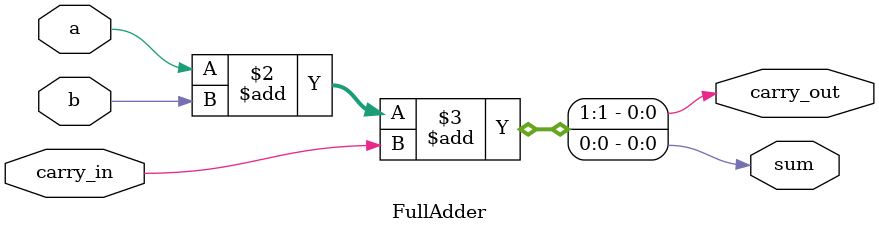
<source format=v>
module FullAdder(
	input a,
	input b,
	input carry_in,
	output reg sum,
	output reg carry_out );
  always @ (a or b or carry_in) begin
  {carry_out, sum} = a + b + carry_in;
end
endmodule

</source>
